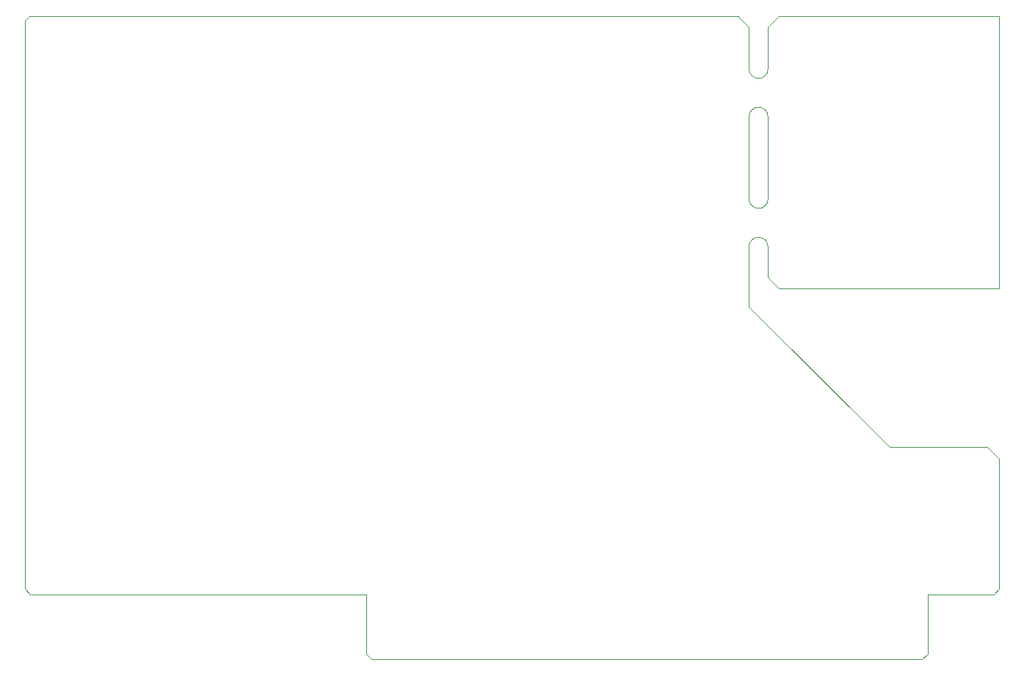
<source format=gbr>
%TF.GenerationSoftware,KiCad,Pcbnew,7.0.10-1.fc39*%
%TF.CreationDate,2024-01-29T11:06:26+02:00*%
%TF.ProjectId,AppleVGA,4170706c-6556-4474-912e-6b696361645f,B*%
%TF.SameCoordinates,Original*%
%TF.FileFunction,Profile,NP*%
%FSLAX46Y46*%
G04 Gerber Fmt 4.6, Leading zero omitted, Abs format (unit mm)*
G04 Created by KiCad (PCBNEW 7.0.10-1.fc39) date 2024-01-29 11:06:26*
%MOMM*%
%LPD*%
G01*
G04 APERTURE LIST*
%TA.AperFunction,Profile*%
%ADD10C,0.100000*%
%TD*%
G04 APERTURE END LIST*
D10*
X193040000Y-132715000D02*
X193040000Y-117678200D01*
X162915600Y-66675000D02*
X81153000Y-66675000D01*
X81280000Y-133350000D02*
X120015000Y-133350000D01*
X184785000Y-133350000D02*
X192405000Y-133350000D01*
X193040000Y-98025001D02*
X167640000Y-98025001D01*
X164182892Y-72682130D02*
G75*
G03*
X166370000Y-72726800I1093108J-44170D01*
G01*
X166370000Y-67945000D02*
X166370000Y-72726800D01*
X166369068Y-93270520D02*
G75*
G03*
X164182038Y-93225854I-1093068J44220D01*
G01*
X164182931Y-100124131D02*
X180360187Y-116301387D01*
X166370000Y-96755001D02*
X167640000Y-98025001D01*
X166369068Y-78270520D02*
G75*
G03*
X164182038Y-78225854I-1093068J44220D01*
G01*
X81153000Y-66675000D02*
X80645000Y-67183000D01*
X164182038Y-93225854D02*
X164182931Y-100124131D01*
X162910244Y-66675000D02*
X164182931Y-67945000D01*
X193040000Y-66675000D02*
X193040000Y-98025001D01*
X180360187Y-116301387D02*
X191668400Y-116301387D01*
X166369107Y-93270522D02*
X166370000Y-96755001D01*
X167640000Y-66675000D02*
X193040000Y-66675000D01*
X164182931Y-67945000D02*
X164182931Y-72682132D01*
X166370000Y-67945000D02*
X167640000Y-66675000D01*
X164182892Y-87682130D02*
G75*
G03*
X166370000Y-87726800I1093108J-44170D01*
G01*
X166369107Y-78270522D02*
X166370000Y-87726800D01*
X80645000Y-132715000D02*
X81280000Y-133350000D01*
X192405000Y-133350000D02*
X193040000Y-132715000D01*
X80645000Y-67183000D02*
X80645000Y-132715000D01*
X193041171Y-117674158D02*
X191668400Y-116301387D01*
X164182038Y-78225854D02*
X164182931Y-87682132D01*
%TO.C,J1*%
X120015000Y-140208000D02*
X120015000Y-133350000D01*
X120650000Y-140843000D02*
X120015000Y-140208000D01*
X184150000Y-140843000D02*
X120650000Y-140843000D01*
X184150000Y-140843000D02*
X184785000Y-140208000D01*
X184785000Y-133350000D02*
X184785000Y-140208000D01*
%TD*%
M02*

</source>
